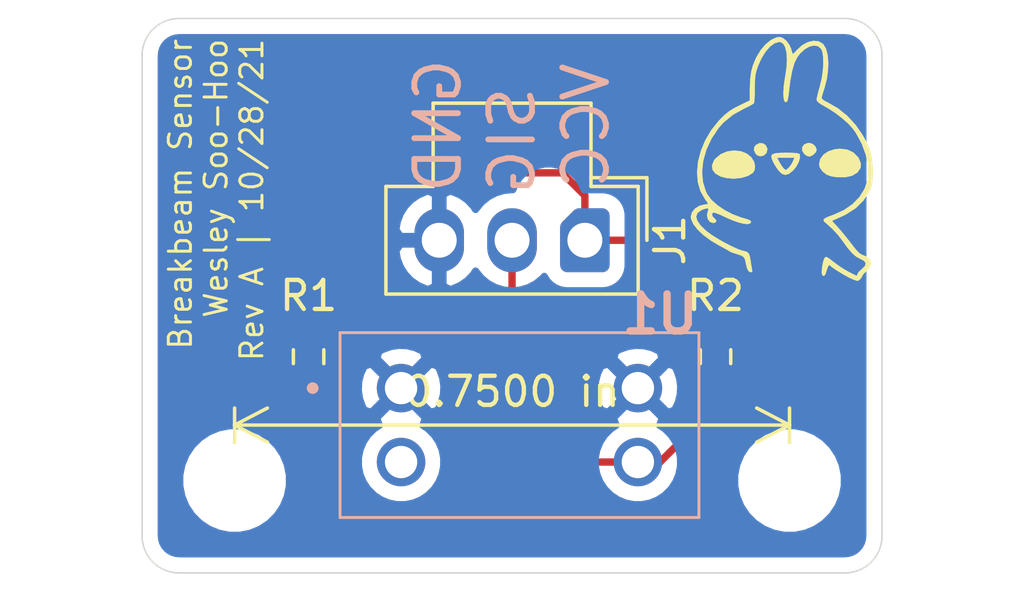
<source format=kicad_pcb>
(kicad_pcb (version 20171130) (host pcbnew "(5.1.8-0-10_14)")

  (general
    (thickness 1.6)
    (drawings 13)
    (tracks 14)
    (zones 0)
    (modules 7)
    (nets 5)
  )

  (page A4)
  (layers
    (0 F.Cu signal)
    (31 B.Cu signal)
    (32 B.Adhes user)
    (33 F.Adhes user)
    (34 B.Paste user)
    (35 F.Paste user)
    (36 B.SilkS user)
    (37 F.SilkS user)
    (38 B.Mask user)
    (39 F.Mask user)
    (40 Dwgs.User user)
    (41 Cmts.User user)
    (42 Eco1.User user)
    (43 Eco2.User user)
    (44 Edge.Cuts user)
    (45 Margin user)
    (46 B.CrtYd user)
    (47 F.CrtYd user)
    (48 B.Fab user)
    (49 F.Fab user)
  )

  (setup
    (last_trace_width 0.254)
    (user_trace_width 0.1524)
    (user_trace_width 0.254)
    (user_trace_width 0.508)
    (trace_clearance 0.2)
    (zone_clearance 0.508)
    (zone_45_only no)
    (trace_min 0.2)
    (via_size 0.8)
    (via_drill 0.4)
    (via_min_size 0.4)
    (via_min_drill 0.3)
    (uvia_size 0.3)
    (uvia_drill 0.1)
    (uvias_allowed no)
    (uvia_min_size 0.2)
    (uvia_min_drill 0.1)
    (edge_width 0.05)
    (segment_width 0.2)
    (pcb_text_width 0.3)
    (pcb_text_size 1.5 1.5)
    (mod_edge_width 0.12)
    (mod_text_size 1 1)
    (mod_text_width 0.15)
    (pad_size 1.524 1.524)
    (pad_drill 0.762)
    (pad_to_mask_clearance 0)
    (aux_axis_origin 0 0)
    (visible_elements FFFFFF7F)
    (pcbplotparams
      (layerselection 0x010fc_ffffffff)
      (usegerberextensions false)
      (usegerberattributes true)
      (usegerberadvancedattributes true)
      (creategerberjobfile true)
      (excludeedgelayer true)
      (linewidth 0.100000)
      (plotframeref false)
      (viasonmask false)
      (mode 1)
      (useauxorigin false)
      (hpglpennumber 1)
      (hpglpenspeed 20)
      (hpglpendiameter 15.000000)
      (psnegative false)
      (psa4output false)
      (plotreference true)
      (plotvalue true)
      (plotinvisibletext false)
      (padsonsilk false)
      (subtractmaskfromsilk false)
      (outputformat 1)
      (mirror false)
      (drillshape 0)
      (scaleselection 1)
      (outputdirectory "out/"))
  )

  (net 0 "")
  (net 1 VCC)
  (net 2 /SIG)
  (net 3 GND)
  (net 4 "Net-(R1-Pad2)")

  (net_class Default "This is the default net class."
    (clearance 0.2)
    (trace_width 0.25)
    (via_dia 0.8)
    (via_drill 0.4)
    (uvia_dia 0.3)
    (uvia_drill 0.1)
    (add_net /SIG)
    (add_net GND)
    (add_net "Net-(R1-Pad2)")
    (add_net VCC)
  )

  (module img:mimi (layer F.Cu) (tedit 617AFDEB) (tstamp 617B7276)
    (at 169.672 84.836)
    (fp_text reference G*** (at 0 0) (layer F.SilkS) hide
      (effects (font (size 1.524 1.524) (thickness 0.3)))
    )
    (fp_text value LOGO (at 0.75 0) (layer F.SilkS) hide
      (effects (font (size 1.524 1.524) (thickness 0.3)))
    )
    (fp_poly (pts (xy 0.66791 0.120245) (xy 0.762261 0.207941) (xy 0.804139 0.319194) (xy 0.804333 0.32692)
      (xy 0.769861 0.408543) (xy 0.688027 0.490161) (xy 0.591208 0.543297) (xy 0.550333 0.550334)
      (xy 0.458176 0.521602) (xy 0.381 0.465667) (xy 0.309015 0.348092) (xy 0.310638 0.232517)
      (xy 0.376813 0.139245) (xy 0.498482 0.08858) (xy 0.550957 0.084667) (xy 0.66791 0.120245)) (layer F.SilkS) (width 0.01))
    (fp_poly (pts (xy -1.040256 0.100416) (xy -0.942838 0.164742) (xy -0.891724 0.276828) (xy -0.889 0.313963)
      (xy -0.922521 0.43272) (xy -1.006328 0.511962) (xy -1.115294 0.542743) (xy -1.224287 0.516119)
      (xy -1.288766 0.456247) (xy -1.348716 0.326272) (xy -1.328518 0.215792) (xy -1.27725 0.154728)
      (xy -1.15979 0.093771) (xy -1.040256 0.100416)) (layer F.SilkS) (width 0.01))
    (fp_poly (pts (xy -0.024285 0.426061) (xy 0.112318 0.435405) (xy 0.190865 0.453111) (xy 0.22459 0.480921)
      (xy 0.225764 0.483676) (xy 0.231191 0.597371) (xy 0.186763 0.744305) (xy 0.103242 0.898608)
      (xy 0.000332 1.025629) (xy -0.144703 1.143656) (xy -0.271015 1.18255) (xy -0.388682 1.142794)
      (xy -0.488106 1.049101) (xy -0.581749 0.920188) (xy -0.671263 0.77005) (xy -0.689604 0.734072)
      (xy -0.739959 0.613447) (xy -0.7421 0.592667) (xy -0.552508 0.592667) (xy -0.482816 0.73025)
      (xy -0.405863 0.862098) (xy -0.328011 0.963487) (xy -0.265701 1.013811) (xy -0.254818 1.016)
      (xy -0.208772 0.988195) (xy -0.137697 0.921281) (xy -0.137199 0.92075) (xy -0.054741 0.808828)
      (xy -0.003868 0.709084) (xy 0.040238 0.592667) (xy -0.552508 0.592667) (xy -0.7421 0.592667)
      (xy -0.74873 0.528352) (xy -0.707095 0.472794) (xy -0.60623 0.440777) (xy -0.437313 0.42631)
      (xy -0.232179 0.423334) (xy -0.024285 0.426061)) (layer F.SilkS) (width 0.01))
    (fp_poly (pts (xy 1.854041 0.314396) (xy 2.065232 0.413215) (xy 2.227226 0.577531) (xy 2.247869 0.609398)
      (xy 2.320323 0.785195) (xy 2.310609 0.942451) (xy 2.218458 1.084097) (xy 2.202845 1.099255)
      (xy 2.021064 1.21131) (xy 1.779829 1.263895) (xy 1.480077 1.256876) (xy 1.29359 1.228136)
      (xy 1.142663 1.168685) (xy 1.010193 1.063992) (xy 0.918424 0.936346) (xy 0.889 0.82273)
      (xy 0.928119 0.639832) (xy 1.038658 0.487042) (xy 1.210387 0.372065) (xy 1.433077 0.302605)
      (xy 1.60238 0.285454) (xy 1.854041 0.314396)) (layer F.SilkS) (width 0.01))
    (fp_poly (pts (xy -1.801501 0.370488) (xy -1.591394 0.454001) (xy -1.437301 0.580283) (xy -1.346406 0.727162)
      (xy -1.309778 0.884203) (xy -1.329704 1.026692) (xy -1.387966 1.113658) (xy -1.558636 1.218661)
      (xy -1.781606 1.284998) (xy -2.032546 1.310006) (xy -2.287126 1.291021) (xy -2.496871 1.235037)
      (xy -2.670251 1.136368) (xy -2.76777 1.007795) (xy -2.786906 0.858519) (xy -2.725139 0.697738)
      (xy -2.665728 0.618853) (xy -2.485606 0.470639) (xy -2.268359 0.379427) (xy -2.03374 0.345836)
      (xy -1.801501 0.370488)) (layer F.SilkS) (width 0.01))
    (fp_poly (pts (xy -0.354563 -3.519737) (xy -0.239028 -3.425707) (xy -0.138786 -3.296046) (xy -0.077797 -3.161297)
      (xy -0.044515 -3.050142) (xy -0.020808 -2.979671) (xy -0.016143 -2.969471) (xy 0.015115 -2.989434)
      (xy 0.083123 -3.056942) (xy 0.13461 -3.1137) (xy 0.311335 -3.27361) (xy 0.503433 -3.377791)
      (xy 0.695424 -3.422865) (xy 0.87183 -3.405454) (xy 1.017172 -3.322181) (xy 1.030299 -3.309168)
      (xy 1.120566 -3.161416) (xy 1.177891 -2.951317) (xy 1.202044 -2.694618) (xy 1.192794 -2.407064)
      (xy 1.149908 -2.104402) (xy 1.073157 -1.802376) (xy 1.053289 -1.742173) (xy 1.00966 -1.605914)
      (xy 0.980739 -1.497482) (xy 0.973667 -1.453339) (xy 1.009422 -1.406284) (xy 1.101845 -1.344271)
      (xy 1.195917 -1.296944) (xy 1.531917 -1.106543) (xy 1.85312 -0.846481) (xy 2.143519 -0.531756)
      (xy 2.382603 -0.185077) (xy 2.531017 0.087659) (xy 2.631225 0.328079) (xy 2.691706 0.56676)
      (xy 2.720937 0.834276) (xy 2.727369 1.058334) (xy 2.726863 1.265392) (xy 2.718956 1.413253)
      (xy 2.699238 1.527333) (xy 2.663304 1.633048) (xy 2.606746 1.755814) (xy 2.606247 1.756834)
      (xy 2.407836 2.06697) (xy 2.139255 2.330064) (xy 1.801081 2.545587) (xy 1.686624 2.600673)
      (xy 1.328862 2.761801) (xy 1.529031 2.978984) (xy 1.644668 3.111196) (xy 1.786862 3.283549)
      (xy 1.932445 3.467658) (xy 1.998 3.553564) (xy 2.132556 3.726007) (xy 2.23547 3.839958)
      (xy 2.320457 3.908418) (xy 2.401234 3.944385) (xy 2.413983 3.947818) (xy 2.569978 4.018168)
      (xy 2.654738 4.124885) (xy 2.665671 4.254772) (xy 2.600186 4.394632) (xy 2.518833 4.481655)
      (xy 2.430588 4.567175) (xy 2.377556 4.634088) (xy 2.370667 4.65235) (xy 2.343036 4.711939)
      (xy 2.282371 4.779801) (xy 2.222014 4.820834) (xy 2.208893 4.822658) (xy 2.152369 4.807116)
      (xy 2.056098 4.774302) (xy 2.054194 4.773612) (xy 1.959917 4.730805) (xy 1.826985 4.659955)
      (xy 1.67559 4.573161) (xy 1.525922 4.482523) (xy 1.39817 4.400141) (xy 1.312527 4.338115)
      (xy 1.289531 4.315353) (xy 1.242338 4.276899) (xy 1.19716 4.319989) (xy 1.152607 4.446098)
      (xy 1.147416 4.466167) (xy 1.101132 4.602288) (xy 1.052142 4.655002) (xy 1.001055 4.623723)
      (xy 0.994378 4.613596) (xy 0.982237 4.541223) (xy 0.988208 4.417908) (xy 1.007877 4.274326)
      (xy 1.03683 4.14115) (xy 1.070653 4.049054) (xy 1.077068 4.039) (xy 1.109564 4.008447)
      (xy 1.153136 4.009787) (xy 1.223762 4.050056) (xy 1.337424 4.13629) (xy 1.385655 4.174871)
      (xy 1.553028 4.29927) (xy 1.738038 4.421335) (xy 1.889347 4.5085) (xy 2.042357 4.587042)
      (xy 2.134925 4.631952) (xy 2.182193 4.647752) (xy 2.1993 4.638967) (xy 2.201386 4.610121)
      (xy 2.201333 4.601719) (xy 2.232693 4.540036) (xy 2.311616 4.457868) (xy 2.35192 4.424858)
      (xy 2.46312 4.31498) (xy 2.490711 4.218397) (xy 2.434628 4.134637) (xy 2.300195 4.065184)
      (xy 2.161869 3.99035) (xy 2.015164 3.860772) (xy 1.852119 3.668273) (xy 1.682264 3.430682)
      (xy 1.533968 3.240056) (xy 1.344203 3.036996) (xy 1.143481 2.853646) (xy 1.104578 2.822068)
      (xy 1.048867 2.766446) (xy 1.043735 2.718567) (xy 1.097214 2.670736) (xy 1.217334 2.615257)
      (xy 1.384254 2.5541) (xy 1.736714 2.395964) (xy 2.036937 2.188953) (xy 2.277808 1.941019)
      (xy 2.45221 1.660111) (xy 2.553028 1.354182) (xy 2.571024 1.228071) (xy 2.56556 0.866225)
      (xy 2.490522 0.486072) (xy 2.352121 0.107052) (xy 2.156567 -0.251391) (xy 2.050028 -0.402834)
      (xy 1.896678 -0.572748) (xy 1.68983 -0.758086) (xy 1.453331 -0.939834) (xy 1.211029 -1.098976)
      (xy 1.095488 -1.163953) (xy 0.928964 -1.259658) (xy 0.834641 -1.33535) (xy 0.804342 -1.397622)
      (xy 0.804333 -1.398669) (xy 0.815945 -1.474457) (xy 0.846985 -1.607595) (xy 0.891762 -1.77458)
      (xy 0.913972 -1.851443) (xy 0.976026 -2.107837) (xy 1.016721 -2.373795) (xy 1.03536 -2.630598)
      (xy 1.031247 -2.859525) (xy 1.003685 -3.041857) (xy 0.962107 -3.144999) (xy 0.857526 -3.238089)
      (xy 0.719813 -3.264728) (xy 0.562005 -3.229438) (xy 0.39714 -3.136737) (xy 0.238255 -2.991146)
      (xy 0.136657 -2.858799) (xy 0.042694 -2.66575) (xy -0.037416 -2.392883) (xy -0.102758 -2.044054)
      (xy -0.149835 -1.651) (xy -0.168307 -1.503864) (xy -0.190998 -1.390764) (xy -0.21119 -1.339305)
      (xy -0.266665 -1.314327) (xy -0.306623 -1.362214) (xy -0.330271 -1.472455) (xy -0.336815 -1.634538)
      (xy -0.325462 -1.837954) (xy -0.295418 -2.072189) (xy -0.275174 -2.187026) (xy -0.22809 -2.50526)
      (xy -0.213416 -2.787715) (xy -0.229734 -3.025676) (xy -0.275622 -3.210427) (xy -0.349662 -3.333255)
      (xy -0.450432 -3.385445) (xy -0.470631 -3.386667) (xy -0.629118 -3.346296) (xy -0.791403 -3.231329)
      (xy -0.94931 -3.050987) (xy -1.094659 -2.81449) (xy -1.211836 -2.551065) (xy -1.262343 -2.403583)
      (xy -1.294522 -2.266953) (xy -1.31229 -2.113906) (xy -1.31956 -1.917176) (xy -1.320481 -1.794356)
      (xy -1.32319 -1.600688) (xy -1.329809 -1.43744) (xy -1.339288 -1.32375) (xy -1.348628 -1.280655)
      (xy -1.398183 -1.243405) (xy -1.504189 -1.184521) (xy -1.645277 -1.115722) (xy -1.669645 -1.104592)
      (xy -2.067402 -0.884502) (xy -2.396293 -0.61533) (xy -2.569476 -0.418775) (xy -2.807554 -0.058587)
      (xy -2.9816 0.316112) (xy -3.089821 0.694733) (xy -3.13042 1.066686) (xy -3.101603 1.421385)
      (xy -3.001575 1.748238) (xy -2.953501 1.846578) (xy -2.81591 2.032734) (xy -2.612494 2.21784)
      (xy -2.361384 2.389885) (xy -2.08071 2.536858) (xy -1.788601 2.646749) (xy -1.7145 2.667384)
      (xy -1.55182 2.715778) (xy -1.465402 2.760188) (xy -1.447407 2.80639) (xy -1.473425 2.845025)
      (xy -1.554851 2.871599) (xy -1.696081 2.859789) (xy -1.883332 2.813084) (xy -2.102824 2.734974)
      (xy -2.340772 2.62895) (xy -2.355527 2.621681) (xy -2.513568 2.548391) (xy -2.64493 2.496719)
      (xy -2.730358 2.473805) (xy -2.749905 2.475411) (xy -2.792236 2.539613) (xy -2.76354 2.619817)
      (xy -2.702108 2.675354) (xy -2.64228 2.745526) (xy -2.657136 2.807396) (xy -2.739674 2.836196)
      (xy -2.747604 2.836334) (xy -2.854797 2.799757) (xy -2.928117 2.705975) (xy -2.957911 2.57891)
      (xy -2.934529 2.442486) (xy -2.919511 2.410217) (xy -2.906176 2.345175) (xy -2.958329 2.328023)
      (xy -3.071462 2.359013) (xy -3.158478 2.396875) (xy -3.284752 2.4892) (xy -3.331508 2.607145)
      (xy -3.299287 2.748779) (xy -3.188632 2.912175) (xy -3.000084 3.095404) (xy -2.95077 3.13612)
      (xy -2.792363 3.25095) (xy -2.593258 3.376569) (xy -2.373428 3.502311) (xy -2.152844 3.61751)
      (xy -1.951481 3.711501) (xy -1.789309 3.773616) (xy -1.726592 3.789873) (xy -1.605362 3.821955)
      (xy -1.53257 3.876812) (xy -1.491171 3.97593) (xy -1.467162 4.116888) (xy -1.445494 4.262458)
      (xy -1.422142 4.389634) (xy -1.414391 4.423804) (xy -1.40759 4.504676) (xy -1.449239 4.529565)
      (xy -1.454421 4.529667) (xy -1.527638 4.49642) (xy -1.58403 4.392326) (xy -1.627083 4.210858)
      (xy -1.628227 4.204021) (xy -1.655914 4.080891) (xy -1.702496 4.002739) (xy -1.788935 3.949444)
      (xy -1.936192 3.900885) (xy -1.947333 3.897707) (xy -2.070449 3.858408) (xy -2.159993 3.822051)
      (xy -2.180167 3.81019) (xy -2.235926 3.775547) (xy -2.345359 3.713971) (xy -2.486969 3.637493)
      (xy -2.518833 3.620639) (xy -2.8178 3.444395) (xy -3.074045 3.255937) (xy -3.279199 3.063699)
      (xy -3.424894 2.876114) (xy -3.50276 2.701616) (xy -3.513667 2.618077) (xy -3.47474 2.472031)
      (xy -3.371439 2.342248) (xy -3.223982 2.248507) (xy -3.100917 2.214312) (xy -2.991253 2.195764)
      (xy -2.927527 2.177551) (xy -2.921 2.171768) (xy -2.944273 2.129844) (xy -3.002578 2.046941)
      (xy -3.028482 2.012435) (xy -3.183429 1.741742) (xy -3.273123 1.430526) (xy -3.299578 1.089685)
      (xy -3.264804 0.730117) (xy -3.170815 0.362718) (xy -3.01962 -0.001613) (xy -2.813234 -0.351979)
      (xy -2.553667 -0.677482) (xy -2.526498 -0.706523) (xy -2.350301 -0.880683) (xy -2.186313 -1.0112)
      (xy -1.99885 -1.124247) (xy -1.862773 -1.193357) (xy -1.487779 -1.375833) (xy -1.486804 -1.780099)
      (xy -1.476035 -2.097601) (xy -1.441692 -2.359515) (xy -1.378159 -2.592994) (xy -1.279817 -2.825189)
      (xy -1.263973 -2.857112) (xy -1.114805 -3.103339) (xy -0.941563 -3.306531) (xy -0.756606 -3.455897)
      (xy -0.572292 -3.540643) (xy -0.463745 -3.556) (xy -0.354563 -3.519737)) (layer F.SilkS) (width 0.01))
  )

  (module MountingHole:MountingHole_2.5mm (layer F.Cu) (tedit 56D1B4CB) (tstamp 617B6E85)
    (at 169.545 96.52)
    (descr "Mounting Hole 2.5mm, no annular")
    (tags "mounting hole 2.5mm no annular")
    (attr virtual)
    (fp_text reference REF** (at 0 -3.5) (layer Dwgs.User)
      (effects (font (size 1 1) (thickness 0.15)))
    )
    (fp_text value MountingHole_2.5mm (at 0 3.5) (layer F.Fab)
      (effects (font (size 1 1) (thickness 0.15)))
    )
    (fp_text user %R (at 0.3 0) (layer F.Fab)
      (effects (font (size 1 1) (thickness 0.15)))
    )
    (fp_circle (center 0 0) (end 2.5 0) (layer Cmts.User) (width 0.15))
    (fp_circle (center 0 0) (end 2.75 0) (layer F.CrtYd) (width 0.05))
    (pad 1 np_thru_hole circle (at 0 0) (size 2.5 2.5) (drill 2.5) (layers *.Cu *.Mask))
  )

  (module MountingHole:MountingHole_2.5mm (layer F.Cu) (tedit 56D1B4CB) (tstamp 617B6E4A)
    (at 150.495 96.52)
    (descr "Mounting Hole 2.5mm, no annular")
    (tags "mounting hole 2.5mm no annular")
    (attr virtual)
    (fp_text reference REF** (at 0 -3.5) (layer Dwgs.User)
      (effects (font (size 1 1) (thickness 0.15)))
    )
    (fp_text value MountingHole_2.5mm (at 0 3.5) (layer F.Fab)
      (effects (font (size 1 1) (thickness 0.15)))
    )
    (fp_text user %R (at 0.3 0) (layer F.Fab)
      (effects (font (size 1 1) (thickness 0.15)))
    )
    (fp_circle (center 0 0) (end 2.5 0) (layer Cmts.User) (width 0.15))
    (fp_circle (center 0 0) (end 2.75 0) (layer F.CrtYd) (width 0.05))
    (pad 1 np_thru_hole circle (at 0 0) (size 2.5 2.5) (drill 2.5) (layers *.Cu *.Mask))
  )

  (module Resistor_SMD:R_0603_1608Metric (layer F.Cu) (tedit 5F68FEEE) (tstamp 617B5723)
    (at 153.035 92.265 270)
    (descr "Resistor SMD 0603 (1608 Metric), square (rectangular) end terminal, IPC_7351 nominal, (Body size source: IPC-SM-782 page 72, https://www.pcb-3d.com/wordpress/wp-content/uploads/ipc-sm-782a_amendment_1_and_2.pdf), generated with kicad-footprint-generator")
    (tags resistor)
    (path /617B7C93)
    (attr smd)
    (fp_text reference R1 (at -2.095 0 180) (layer F.SilkS)
      (effects (font (size 1 1) (thickness 0.15)))
    )
    (fp_text value R_200 (at 0 1.43 270) (layer F.Fab)
      (effects (font (size 1 1) (thickness 0.15)))
    )
    (fp_text user %R (at 0 0 270) (layer F.Fab)
      (effects (font (size 0.4 0.4) (thickness 0.06)))
    )
    (fp_line (start -0.8 0.4125) (end -0.8 -0.4125) (layer F.Fab) (width 0.1))
    (fp_line (start -0.8 -0.4125) (end 0.8 -0.4125) (layer F.Fab) (width 0.1))
    (fp_line (start 0.8 -0.4125) (end 0.8 0.4125) (layer F.Fab) (width 0.1))
    (fp_line (start 0.8 0.4125) (end -0.8 0.4125) (layer F.Fab) (width 0.1))
    (fp_line (start -0.237258 -0.5225) (end 0.237258 -0.5225) (layer F.SilkS) (width 0.12))
    (fp_line (start -0.237258 0.5225) (end 0.237258 0.5225) (layer F.SilkS) (width 0.12))
    (fp_line (start -1.48 0.73) (end -1.48 -0.73) (layer F.CrtYd) (width 0.05))
    (fp_line (start -1.48 -0.73) (end 1.48 -0.73) (layer F.CrtYd) (width 0.05))
    (fp_line (start 1.48 -0.73) (end 1.48 0.73) (layer F.CrtYd) (width 0.05))
    (fp_line (start 1.48 0.73) (end -1.48 0.73) (layer F.CrtYd) (width 0.05))
    (pad 2 smd roundrect (at 0.825 0 270) (size 0.8 0.95) (layers F.Cu F.Paste F.Mask) (roundrect_rratio 0.25)
      (net 4 "Net-(R1-Pad2)"))
    (pad 1 smd roundrect (at -0.825 0 270) (size 0.8 0.95) (layers F.Cu F.Paste F.Mask) (roundrect_rratio 0.25)
      (net 1 VCC))
    (model ${KISYS3DMOD}/Resistor_SMD.3dshapes/R_0603_1608Metric.wrl
      (at (xyz 0 0 0))
      (scale (xyz 1 1 1))
      (rotate (xyz 0 0 0))
    )
  )

  (module Resistor_SMD:R_0603_1608Metric (layer F.Cu) (tedit 5F68FEEE) (tstamp 617B5734)
    (at 167.005 92.265 270)
    (descr "Resistor SMD 0603 (1608 Metric), square (rectangular) end terminal, IPC_7351 nominal, (Body size source: IPC-SM-782 page 72, https://www.pcb-3d.com/wordpress/wp-content/uploads/ipc-sm-782a_amendment_1_and_2.pdf), generated with kicad-footprint-generator")
    (tags resistor)
    (path /617B5928)
    (attr smd)
    (fp_text reference R2 (at -2.095 0) (layer F.SilkS)
      (effects (font (size 1 1) (thickness 0.15)))
    )
    (fp_text value R_1M (at 0 1.43 90) (layer F.Fab)
      (effects (font (size 1 1) (thickness 0.15)))
    )
    (fp_line (start 1.48 0.73) (end -1.48 0.73) (layer F.CrtYd) (width 0.05))
    (fp_line (start 1.48 -0.73) (end 1.48 0.73) (layer F.CrtYd) (width 0.05))
    (fp_line (start -1.48 -0.73) (end 1.48 -0.73) (layer F.CrtYd) (width 0.05))
    (fp_line (start -1.48 0.73) (end -1.48 -0.73) (layer F.CrtYd) (width 0.05))
    (fp_line (start -0.237258 0.5225) (end 0.237258 0.5225) (layer F.SilkS) (width 0.12))
    (fp_line (start -0.237258 -0.5225) (end 0.237258 -0.5225) (layer F.SilkS) (width 0.12))
    (fp_line (start 0.8 0.4125) (end -0.8 0.4125) (layer F.Fab) (width 0.1))
    (fp_line (start 0.8 -0.4125) (end 0.8 0.4125) (layer F.Fab) (width 0.1))
    (fp_line (start -0.8 -0.4125) (end 0.8 -0.4125) (layer F.Fab) (width 0.1))
    (fp_line (start -0.8 0.4125) (end -0.8 -0.4125) (layer F.Fab) (width 0.1))
    (fp_text user %R (at 0 0 90) (layer F.Fab)
      (effects (font (size 0.4 0.4) (thickness 0.06)))
    )
    (pad 1 smd roundrect (at -0.825 0 270) (size 0.8 0.95) (layers F.Cu F.Paste F.Mask) (roundrect_rratio 0.25)
      (net 1 VCC))
    (pad 2 smd roundrect (at 0.825 0 270) (size 0.8 0.95) (layers F.Cu F.Paste F.Mask) (roundrect_rratio 0.25)
      (net 2 /SIG))
    (model ${KISYS3DMOD}/Resistor_SMD.3dshapes/R_0603_1608Metric.wrl
      (at (xyz 0 0 0))
      (scale (xyz 1 1 1))
      (rotate (xyz 0 0 0))
    )
  )

  (module kicad_common:OPB360N51 (layer B.Cu) (tedit 0) (tstamp 617B574D)
    (at 156.21 93.345)
    (descr OPB360N51-2)
    (tags "Integrated Circuit")
    (path /617B1C70)
    (fp_text reference U1 (at 8.89 -2.54) (layer B.SilkS)
      (effects (font (size 1.27 1.27) (thickness 0.254)) (justify mirror))
    )
    (fp_text value OPB360N51 (at 3.545 1.27) (layer B.SilkS) hide
      (effects (font (size 1.27 1.27) (thickness 0.254)) (justify mirror))
    )
    (fp_line (start -3.135 0) (end -3.135 0) (layer B.SilkS) (width 0.2))
    (fp_line (start -2.935 0) (end -2.935 0) (layer B.SilkS) (width 0.2))
    (fp_line (start -4.135 -2.905) (end -4.135 5.445) (layer B.CrtYd) (width 0.1))
    (fp_line (start 11.225 -2.905) (end -4.135 -2.905) (layer B.CrtYd) (width 0.1))
    (fp_line (start 11.225 5.445) (end 11.225 -2.905) (layer B.CrtYd) (width 0.1))
    (fp_line (start -4.135 5.445) (end 11.225 5.445) (layer B.CrtYd) (width 0.1))
    (fp_line (start -2.095 -1.905) (end -2.095 4.445) (layer B.SilkS) (width 0.1))
    (fp_line (start 10.225 -1.905) (end -2.095 -1.905) (layer B.SilkS) (width 0.1))
    (fp_line (start 10.225 4.445) (end 10.225 -1.905) (layer B.SilkS) (width 0.1))
    (fp_line (start -2.095 4.445) (end 10.225 4.445) (layer B.SilkS) (width 0.1))
    (fp_line (start -2.095 -1.905) (end -2.095 4.445) (layer B.Fab) (width 0.2))
    (fp_line (start 10.225 -1.905) (end -2.095 -1.905) (layer B.Fab) (width 0.2))
    (fp_line (start 10.225 4.445) (end 10.225 -1.905) (layer B.Fab) (width 0.2))
    (fp_line (start -2.095 4.445) (end 10.225 4.445) (layer B.Fab) (width 0.2))
    (fp_text user %R (at 3.545 1.27) (layer B.Fab)
      (effects (font (size 1.27 1.27) (thickness 0.254)) (justify mirror))
    )
    (fp_arc (start -3.035 0) (end -2.935 0) (angle 180) (layer B.SilkS) (width 0.2))
    (fp_arc (start -3.035 0) (end -3.135 0) (angle 180) (layer B.SilkS) (width 0.2))
    (pad 1 thru_hole circle (at 0 2.54) (size 1.665 1.665) (drill 1.11) (layers *.Cu *.Mask)
      (net 4 "Net-(R1-Pad2)"))
    (pad 2 thru_hole circle (at 0 0) (size 1.665 1.665) (drill 1.11) (layers *.Cu *.Mask)
      (net 3 GND))
    (pad 3 thru_hole circle (at 8.13 2.54) (size 1.665 1.665) (drill 1.11) (layers *.Cu *.Mask)
      (net 2 /SIG))
    (pad 4 thru_hole circle (at 8.13 0) (size 1.665 1.665) (drill 1.11) (layers *.Cu *.Mask)
      (net 3 GND))
    (model OPB360N51.stp
      (at (xyz 0 0 0))
      (scale (xyz 1 1 1))
      (rotate (xyz 0 0 0))
    )
  )

  (module Connector_Molex:Molex_Nano-Fit_105309-xx03_1x03_P2.50mm_Vertical (layer F.Cu) (tedit 5B7830BB) (tstamp 617B5F6A)
    (at 162.52 88.265 270)
    (descr "Molex Nano-Fit Power Connectors, 105309-xx03, 3 Pins per row (http://www.molex.com/pdm_docs/sd/1053091203_sd.pdf), generated with kicad-footprint-generator")
    (tags "connector Molex Nano-Fit side entry")
    (path /617C5DA8)
    (fp_text reference J1 (at 0 -2.92 90) (layer F.SilkS)
      (effects (font (size 1 1) (thickness 0.15)))
    )
    (fp_text value CONN (at 0 7.92 90) (layer F.Fab)
      (effects (font (size 1 1) (thickness 0.15)))
    )
    (fp_line (start 0 -1.012893) (end 0.5 -1.72) (layer F.Fab) (width 0.1))
    (fp_line (start -0.5 -1.72) (end 0 -1.012893) (layer F.Fab) (width 0.1))
    (fp_line (start -2.15 -2.13) (end -2.15 -0.21) (layer F.SilkS) (width 0.12))
    (fp_line (start 0 -2.13) (end -2.15 -2.13) (layer F.SilkS) (width 0.12))
    (fp_line (start -2.02 0.4) (end -4.1 0.4) (layer F.Fab) (width 0.1))
    (fp_line (start -2.02 4.6) (end -2.02 0.4) (layer F.Fab) (width 0.1))
    (fp_line (start -4.1 4.6) (end -2.02 4.6) (layer F.Fab) (width 0.1))
    (fp_line (start -4.1 0.4) (end -4.1 4.6) (layer F.Fab) (width 0.1))
    (fp_line (start -5.1 5.6) (end -5.1 2.5) (layer F.CrtYd) (width 0.05))
    (fp_line (start -2.24 5.6) (end -5.1 5.6) (layer F.CrtYd) (width 0.05))
    (fp_line (start -2.24 7.22) (end -2.24 5.6) (layer F.CrtYd) (width 0.05))
    (fp_line (start 2.24 7.22) (end -2.24 7.22) (layer F.CrtYd) (width 0.05))
    (fp_line (start 2.24 2.5) (end 2.24 7.22) (layer F.CrtYd) (width 0.05))
    (fp_line (start -5.1 -0.6) (end -5.1 2.5) (layer F.CrtYd) (width 0.05))
    (fp_line (start -2.24 -0.6) (end -5.1 -0.6) (layer F.CrtYd) (width 0.05))
    (fp_line (start -2.24 -2.22) (end -2.24 -0.6) (layer F.CrtYd) (width 0.05))
    (fp_line (start 2.24 -2.22) (end -2.24 -2.22) (layer F.CrtYd) (width 0.05))
    (fp_line (start 2.24 2.5) (end 2.24 -2.22) (layer F.CrtYd) (width 0.05))
    (fp_line (start -4.71 5.21) (end -4.71 2.5) (layer F.SilkS) (width 0.12))
    (fp_line (start -1.85 5.21) (end -4.71 5.21) (layer F.SilkS) (width 0.12))
    (fp_line (start -1.85 6.83) (end -1.85 5.21) (layer F.SilkS) (width 0.12))
    (fp_line (start 1.85 6.83) (end -1.85 6.83) (layer F.SilkS) (width 0.12))
    (fp_line (start 1.85 2.5) (end 1.85 6.83) (layer F.SilkS) (width 0.12))
    (fp_line (start -4.71 -0.21) (end -4.71 2.5) (layer F.SilkS) (width 0.12))
    (fp_line (start -1.85 -0.21) (end -4.71 -0.21) (layer F.SilkS) (width 0.12))
    (fp_line (start -1.85 -1.83) (end -1.85 -0.21) (layer F.SilkS) (width 0.12))
    (fp_line (start 1.85 -1.83) (end -1.85 -1.83) (layer F.SilkS) (width 0.12))
    (fp_line (start 1.85 2.5) (end 1.85 -1.83) (layer F.SilkS) (width 0.12))
    (fp_line (start -4.6 5.1) (end -4.6 2.5) (layer F.Fab) (width 0.1))
    (fp_line (start -1.74 5.1) (end -4.6 5.1) (layer F.Fab) (width 0.1))
    (fp_line (start -1.74 6.72) (end -1.74 5.1) (layer F.Fab) (width 0.1))
    (fp_line (start 1.74 6.72) (end -1.74 6.72) (layer F.Fab) (width 0.1))
    (fp_line (start 1.74 2.5) (end 1.74 6.72) (layer F.Fab) (width 0.1))
    (fp_line (start -4.6 -0.1) (end -4.6 2.5) (layer F.Fab) (width 0.1))
    (fp_line (start -1.74 -0.1) (end -4.6 -0.1) (layer F.Fab) (width 0.1))
    (fp_line (start -1.74 -1.72) (end -1.74 -0.1) (layer F.Fab) (width 0.1))
    (fp_line (start 1.74 -1.72) (end -1.74 -1.72) (layer F.Fab) (width 0.1))
    (fp_line (start 1.74 2.5) (end 1.74 -1.72) (layer F.Fab) (width 0.1))
    (fp_text user %R (at 1.1 2.5) (layer F.Fab)
      (effects (font (size 0.87 0.87) (thickness 0.13)))
    )
    (pad 1 thru_hole custom (at 0 0 270) (size 1.417157 1.417157) (drill 1.2) (layers *.Cu *.Mask)
      (net 1 VCC)
      (options (clearance outline) (anchor circle))
      (primitives
        (gr_poly (pts
           (xy -0.85 -0.6) (xy 0.85 -0.6) (xy 0.85 0.6) (xy -0.45 0.6) (xy -0.85 0.2)
) (width 0.5))
      ))
    (pad 2 thru_hole oval (at 0 2.5 270) (size 2.2 1.7) (drill 1.2) (layers *.Cu *.Mask)
      (net 2 /SIG))
    (pad 3 thru_hole oval (at 0 5 270) (size 2.2 1.7) (drill 1.2) (layers *.Cu *.Mask)
      (net 3 GND))
    (pad "" np_thru_hole circle (at -1.34 1.25 270) (size 1.3 1.3) (drill 1.3) (layers *.Cu *.Mask))
    (model ${KISYS3DMOD}/Connector_Molex.3dshapes/Molex_Nano-Fit_105309-xx03_1x03_P2.50mm_Vertical.wrl
      (at (xyz 0 0 0))
      (scale (xyz 1 1 1))
      (rotate (xyz 0 0 0))
    )
  )

  (gr_text VCC (at 162.56 84.328 90) (layer B.SilkS)
    (effects (font (size 1.5 1.5) (thickness 0.2)) (justify mirror))
  )
  (gr_text SIG (at 160.02 84.836 90) (layer B.SilkS)
    (effects (font (size 1.5 1.5) (thickness 0.2)) (justify mirror))
  )
  (gr_text GND (at 157.48 84.328 90) (layer B.SilkS)
    (effects (font (size 1.5 1.5) (thickness 0.2)) (justify mirror))
  )
  (gr_text "Breakbeam Sensor\nWesley Soo-Hoo\nRev A | 10/28/21" (at 149.86 81.28 90) (layer F.SilkS)
    (effects (font (size 0.762 0.762) (thickness 0.1016)) (justify right))
  )
  (gr_arc (start 148.59 81.915) (end 148.59 80.645) (angle -90) (layer Edge.Cuts) (width 0.05))
  (gr_arc (start 148.59 98.425) (end 147.32 98.425) (angle -90) (layer Edge.Cuts) (width 0.05))
  (gr_arc (start 171.45 98.425) (end 171.45 99.695) (angle -90) (layer Edge.Cuts) (width 0.05))
  (gr_arc (start 171.45 81.915) (end 172.72 81.915) (angle -90) (layer Edge.Cuts) (width 0.05))
  (dimension 19.05 (width 0.12) (layer F.SilkS)
    (gr_text "0.75 in" (at 160.02 93.345) (layer F.SilkS) (tstamp 617B72C2)
      (effects (font (size 1 1) (thickness 0.15)))
    )
    (feature1 (pts (xy 150.495 96.265999) (xy 150.495 94.028579)))
    (feature2 (pts (xy 169.545 96.265999) (xy 169.545 94.028579)))
    (crossbar (pts (xy 169.545 94.615) (xy 150.495 94.615)))
    (arrow1a (pts (xy 150.495 94.615) (xy 151.621504 94.028579)))
    (arrow1b (pts (xy 150.495 94.615) (xy 151.621504 95.201421)))
    (arrow2a (pts (xy 169.545 94.615) (xy 168.418496 94.028579)))
    (arrow2b (pts (xy 169.545 94.615) (xy 168.418496 95.201421)))
  )
  (gr_line (start 147.32 81.915) (end 147.32 98.425) (layer Edge.Cuts) (width 0.05) (tstamp 617B6094))
  (gr_line (start 172.72 81.915) (end 172.72 98.425) (layer Edge.Cuts) (width 0.05) (tstamp 617B6093))
  (gr_line (start 171.45 80.645) (end 148.59 80.645) (layer Edge.Cuts) (width 0.05))
  (gr_line (start 148.59 99.695) (end 171.45 99.695) (layer Edge.Cuts) (width 0.05))

  (segment (start 167.005 91.44) (end 167.005 89.535) (width 0.254) (layer F.Cu) (net 1))
  (segment (start 165.735 88.265) (end 162.52 88.265) (width 0.254) (layer F.Cu) (net 1))
  (segment (start 167.005 89.535) (end 165.735 88.265) (width 0.254) (layer F.Cu) (net 1))
  (segment (start 161.738961 85.947999) (end 156.622001 85.947999) (width 0.254) (layer F.Cu) (net 1))
  (segment (start 162.52 86.729038) (end 161.738961 85.947999) (width 0.254) (layer F.Cu) (net 1))
  (segment (start 162.52 88.265) (end 162.52 86.729038) (width 0.254) (layer F.Cu) (net 1))
  (segment (start 153.035 89.535) (end 153.035 91.44) (width 0.254) (layer F.Cu) (net 1))
  (segment (start 156.622001 85.947999) (end 153.035 89.535) (width 0.254) (layer F.Cu) (net 1))
  (segment (start 160.02 88.265) (end 160.02 93.345) (width 0.254) (layer F.Cu) (net 2))
  (segment (start 162.56 95.885) (end 164.34 95.885) (width 0.254) (layer F.Cu) (net 2))
  (segment (start 160.02 93.345) (end 162.56 95.885) (width 0.254) (layer F.Cu) (net 2))
  (segment (start 167.005 93.09) (end 167.005 93.98) (width 0.254) (layer F.Cu) (net 2))
  (segment (start 165.1 95.885) (end 164.34 95.885) (width 0.254) (layer F.Cu) (net 2))
  (segment (start 167.005 93.98) (end 165.1 95.885) (width 0.254) (layer F.Cu) (net 2))

  (zone (net 3) (net_name GND) (layer B.Cu) (tstamp 617B7342) (hatch edge 0.508)
    (connect_pads (clearance 0.508))
    (min_thickness 0.254)
    (fill yes (arc_segments 32) (thermal_gap 0.508) (thermal_bridge_width 0.508))
    (polygon
      (pts
        (xy 173.355 100.33) (xy 146.685 100.33) (xy 146.685 80.01) (xy 173.355 80.01)
      )
    )
    (filled_polygon
      (pts
        (xy 171.567869 81.319722) (xy 171.681246 81.353953) (xy 171.785819 81.409555) (xy 171.877596 81.484407) (xy 171.953091 81.575664)
        (xy 172.009419 81.679844) (xy 172.04444 81.792976) (xy 172.06 81.941022) (xy 172.060001 98.392711) (xy 172.045278 98.542869)
        (xy 172.011047 98.656246) (xy 171.955446 98.760817) (xy 171.880594 98.852595) (xy 171.789335 98.928091) (xy 171.68516 98.984419)
        (xy 171.572024 99.01944) (xy 171.423979 99.035) (xy 148.622279 99.035) (xy 148.472131 99.020278) (xy 148.358754 98.986047)
        (xy 148.254183 98.930446) (xy 148.162405 98.855594) (xy 148.086909 98.764335) (xy 148.030581 98.66016) (xy 147.99556 98.547024)
        (xy 147.98 98.398979) (xy 147.98 96.334344) (xy 148.61 96.334344) (xy 148.61 96.705656) (xy 148.682439 97.069834)
        (xy 148.824534 97.412882) (xy 149.030825 97.721618) (xy 149.293382 97.984175) (xy 149.602118 98.190466) (xy 149.945166 98.332561)
        (xy 150.309344 98.405) (xy 150.680656 98.405) (xy 151.044834 98.332561) (xy 151.387882 98.190466) (xy 151.696618 97.984175)
        (xy 151.959175 97.721618) (xy 152.165466 97.412882) (xy 152.307561 97.069834) (xy 152.38 96.705656) (xy 152.38 96.334344)
        (xy 152.307561 95.970166) (xy 152.212416 95.740464) (xy 154.7425 95.740464) (xy 154.7425 96.029536) (xy 154.798895 96.313054)
        (xy 154.909518 96.580122) (xy 155.070118 96.820477) (xy 155.274523 97.024882) (xy 155.514878 97.185482) (xy 155.781946 97.296105)
        (xy 156.065464 97.3525) (xy 156.354536 97.3525) (xy 156.638054 97.296105) (xy 156.905122 97.185482) (xy 157.145477 97.024882)
        (xy 157.349882 96.820477) (xy 157.510482 96.580122) (xy 157.621105 96.313054) (xy 157.6775 96.029536) (xy 157.6775 95.740464)
        (xy 162.8725 95.740464) (xy 162.8725 96.029536) (xy 162.928895 96.313054) (xy 163.039518 96.580122) (xy 163.200118 96.820477)
        (xy 163.404523 97.024882) (xy 163.644878 97.185482) (xy 163.911946 97.296105) (xy 164.195464 97.3525) (xy 164.484536 97.3525)
        (xy 164.768054 97.296105) (xy 165.035122 97.185482) (xy 165.275477 97.024882) (xy 165.479882 96.820477) (xy 165.640482 96.580122)
        (xy 165.742286 96.334344) (xy 167.66 96.334344) (xy 167.66 96.705656) (xy 167.732439 97.069834) (xy 167.874534 97.412882)
        (xy 168.080825 97.721618) (xy 168.343382 97.984175) (xy 168.652118 98.190466) (xy 168.995166 98.332561) (xy 169.359344 98.405)
        (xy 169.730656 98.405) (xy 170.094834 98.332561) (xy 170.437882 98.190466) (xy 170.746618 97.984175) (xy 171.009175 97.721618)
        (xy 171.215466 97.412882) (xy 171.357561 97.069834) (xy 171.43 96.705656) (xy 171.43 96.334344) (xy 171.357561 95.970166)
        (xy 171.215466 95.627118) (xy 171.009175 95.318382) (xy 170.746618 95.055825) (xy 170.437882 94.849534) (xy 170.094834 94.707439)
        (xy 169.730656 94.635) (xy 169.359344 94.635) (xy 168.995166 94.707439) (xy 168.652118 94.849534) (xy 168.343382 95.055825)
        (xy 168.080825 95.318382) (xy 167.874534 95.627118) (xy 167.732439 95.970166) (xy 167.66 96.334344) (xy 165.742286 96.334344)
        (xy 165.751105 96.313054) (xy 165.8075 96.029536) (xy 165.8075 95.740464) (xy 165.751105 95.456946) (xy 165.640482 95.189878)
        (xy 165.479882 94.949523) (xy 165.275477 94.745118) (xy 165.083989 94.61717) (xy 165.100783 94.608193) (xy 165.176301 94.360906)
        (xy 164.34 93.524605) (xy 163.503699 94.360906) (xy 163.579217 94.608193) (xy 163.596877 94.616591) (xy 163.404523 94.745118)
        (xy 163.200118 94.949523) (xy 163.039518 95.189878) (xy 162.928895 95.456946) (xy 162.8725 95.740464) (xy 157.6775 95.740464)
        (xy 157.621105 95.456946) (xy 157.510482 95.189878) (xy 157.349882 94.949523) (xy 157.145477 94.745118) (xy 156.953989 94.61717)
        (xy 156.970783 94.608193) (xy 157.046301 94.360906) (xy 156.21 93.524605) (xy 155.373699 94.360906) (xy 155.449217 94.608193)
        (xy 155.466877 94.616591) (xy 155.274523 94.745118) (xy 155.070118 94.949523) (xy 154.909518 95.189878) (xy 154.798895 95.456946)
        (xy 154.7425 95.740464) (xy 152.212416 95.740464) (xy 152.165466 95.627118) (xy 151.959175 95.318382) (xy 151.696618 95.055825)
        (xy 151.387882 94.849534) (xy 151.044834 94.707439) (xy 150.680656 94.635) (xy 150.309344 94.635) (xy 149.945166 94.707439)
        (xy 149.602118 94.849534) (xy 149.293382 95.055825) (xy 149.030825 95.318382) (xy 148.824534 95.627118) (xy 148.682439 95.970166)
        (xy 148.61 96.334344) (xy 147.98 96.334344) (xy 147.98 93.414226) (xy 154.737026 93.414226) (xy 154.778834 93.700259)
        (xy 154.875641 93.972639) (xy 154.946807 94.105783) (xy 155.194094 94.181301) (xy 156.030395 93.345) (xy 156.389605 93.345)
        (xy 157.225906 94.181301) (xy 157.473193 94.105783) (xy 157.597343 93.844727) (xy 157.668177 93.564468) (xy 157.675877 93.414226)
        (xy 162.867026 93.414226) (xy 162.908834 93.700259) (xy 163.005641 93.972639) (xy 163.076807 94.105783) (xy 163.324094 94.181301)
        (xy 164.160395 93.345) (xy 164.519605 93.345) (xy 165.355906 94.181301) (xy 165.603193 94.105783) (xy 165.727343 93.844727)
        (xy 165.798177 93.564468) (xy 165.812974 93.275774) (xy 165.771166 92.989741) (xy 165.674359 92.717361) (xy 165.603193 92.584217)
        (xy 165.355906 92.508699) (xy 164.519605 93.345) (xy 164.160395 93.345) (xy 163.324094 92.508699) (xy 163.076807 92.584217)
        (xy 162.952657 92.845273) (xy 162.881823 93.125532) (xy 162.867026 93.414226) (xy 157.675877 93.414226) (xy 157.682974 93.275774)
        (xy 157.641166 92.989741) (xy 157.544359 92.717361) (xy 157.473193 92.584217) (xy 157.225906 92.508699) (xy 156.389605 93.345)
        (xy 156.030395 93.345) (xy 155.194094 92.508699) (xy 154.946807 92.584217) (xy 154.822657 92.845273) (xy 154.751823 93.125532)
        (xy 154.737026 93.414226) (xy 147.98 93.414226) (xy 147.98 92.329094) (xy 155.373699 92.329094) (xy 156.21 93.165395)
        (xy 157.046301 92.329094) (xy 163.503699 92.329094) (xy 164.34 93.165395) (xy 165.176301 92.329094) (xy 165.100783 92.081807)
        (xy 164.839727 91.957657) (xy 164.559468 91.886823) (xy 164.270774 91.872026) (xy 163.984741 91.913834) (xy 163.712361 92.010641)
        (xy 163.579217 92.081807) (xy 163.503699 92.329094) (xy 157.046301 92.329094) (xy 156.970783 92.081807) (xy 156.709727 91.957657)
        (xy 156.429468 91.886823) (xy 156.140774 91.872026) (xy 155.854741 91.913834) (xy 155.582361 92.010641) (xy 155.449217 92.081807)
        (xy 155.373699 92.329094) (xy 147.98 92.329094) (xy 147.98 88.62664) (xy 156.02886 88.62664) (xy 156.079292 88.915402)
        (xy 156.185089 89.188777) (xy 156.342186 89.436259) (xy 156.544546 89.648337) (xy 156.784392 89.816862) (xy 157.052507 89.935357)
        (xy 157.16311 89.956476) (xy 157.393 89.835155) (xy 157.393 88.392) (xy 156.188504 88.392) (xy 156.02886 88.62664)
        (xy 147.98 88.62664) (xy 147.98 87.90336) (xy 156.02886 87.90336) (xy 156.188504 88.138) (xy 157.393 88.138)
        (xy 157.393 86.694845) (xy 157.647 86.694845) (xy 157.647 88.138) (xy 157.667 88.138) (xy 157.667 88.392)
        (xy 157.647 88.392) (xy 157.647 89.835155) (xy 157.87689 89.956476) (xy 157.987493 89.935357) (xy 158.255608 89.816862)
        (xy 158.495454 89.648337) (xy 158.697814 89.436259) (xy 158.768815 89.324408) (xy 158.779294 89.344013) (xy 158.964866 89.570134)
        (xy 159.190986 89.755706) (xy 159.448966 89.893599) (xy 159.728889 89.978513) (xy 160.02 90.007185) (xy 160.31111 89.978513)
        (xy 160.591033 89.893599) (xy 160.849013 89.755706) (xy 161.075134 89.570134) (xy 161.125291 89.509017) (xy 161.126303 89.51146)
        (xy 161.149406 89.554682) (xy 161.218893 89.658677) (xy 161.249983 89.696561) (xy 161.338439 89.785017) (xy 161.376323 89.816107)
        (xy 161.480318 89.885594) (xy 161.52354 89.908697) (xy 161.639111 89.956568) (xy 161.686009 89.970794) (xy 161.808681 89.995195)
        (xy 161.857454 89.999999) (xy 161.92 90.003072) (xy 163.12 90.003072) (xy 163.182546 89.999999) (xy 163.231319 89.995195)
        (xy 163.353991 89.970794) (xy 163.400889 89.956568) (xy 163.51646 89.908697) (xy 163.559682 89.885594) (xy 163.663677 89.816107)
        (xy 163.701561 89.785017) (xy 163.790017 89.696561) (xy 163.821107 89.658677) (xy 163.890594 89.554682) (xy 163.913697 89.51146)
        (xy 163.961568 89.395889) (xy 163.975794 89.348991) (xy 164.000195 89.226319) (xy 164.004999 89.177546) (xy 164.008072 89.115)
        (xy 164.008072 87.415) (xy 164.004999 87.352454) (xy 164.000195 87.303681) (xy 163.975794 87.181009) (xy 163.961568 87.134111)
        (xy 163.913697 87.01854) (xy 163.890594 86.975318) (xy 163.821107 86.871323) (xy 163.790017 86.833439) (xy 163.701561 86.744983)
        (xy 163.663677 86.713893) (xy 163.559682 86.644406) (xy 163.51646 86.621303) (xy 163.400889 86.573432) (xy 163.353991 86.559206)
        (xy 163.231319 86.534805) (xy 163.182546 86.530001) (xy 163.12 86.526928) (xy 162.495988 86.526928) (xy 162.408753 86.316324)
        (xy 162.268125 86.10586) (xy 162.08914 85.926875) (xy 161.878676 85.786247) (xy 161.644821 85.689381) (xy 161.396561 85.64)
        (xy 161.143439 85.64) (xy 160.895179 85.689381) (xy 160.661324 85.786247) (xy 160.45086 85.926875) (xy 160.271875 86.10586)
        (xy 160.131247 86.316324) (xy 160.044708 86.525248) (xy 160.02 86.522815) (xy 159.72889 86.551487) (xy 159.448967 86.636401)
        (xy 159.190987 86.774294) (xy 158.964866 86.959866) (xy 158.779294 87.185986) (xy 158.768815 87.205592) (xy 158.697814 87.093741)
        (xy 158.495454 86.881663) (xy 158.255608 86.713138) (xy 157.987493 86.594643) (xy 157.87689 86.573524) (xy 157.647 86.694845)
        (xy 157.393 86.694845) (xy 157.16311 86.573524) (xy 157.052507 86.594643) (xy 156.784392 86.713138) (xy 156.544546 86.881663)
        (xy 156.342186 87.093741) (xy 156.185089 87.341223) (xy 156.079292 87.614598) (xy 156.02886 87.90336) (xy 147.98 87.90336)
        (xy 147.98 81.947279) (xy 147.994722 81.797131) (xy 148.028953 81.683754) (xy 148.084555 81.579181) (xy 148.159407 81.487404)
        (xy 148.250664 81.411909) (xy 148.354844 81.355581) (xy 148.467976 81.32056) (xy 148.616022 81.305) (xy 171.417721 81.305)
      )
    )
  )
)

</source>
